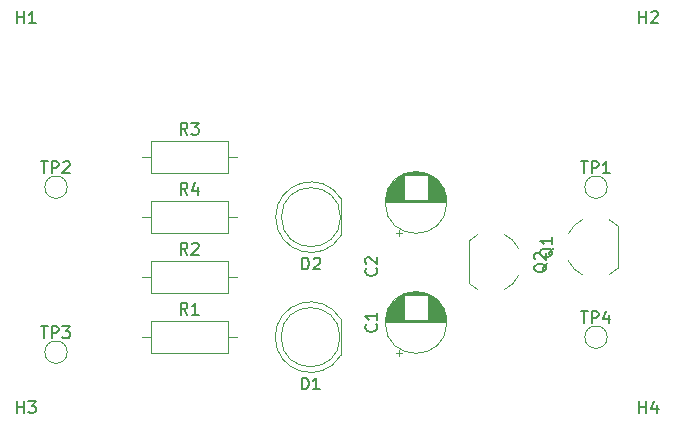
<source format=gbr>
%TF.GenerationSoftware,KiCad,Pcbnew,7.0.1-3b83917a11~172~ubuntu22.10.1*%
%TF.CreationDate,2023-04-05T19:22:54+09:00*%
%TF.ProjectId,m_vibrator_thick,6d5f7669-6272-4617-946f-725f74686963,rev?*%
%TF.SameCoordinates,Original*%
%TF.FileFunction,Legend,Top*%
%TF.FilePolarity,Positive*%
%FSLAX46Y46*%
G04 Gerber Fmt 4.6, Leading zero omitted, Abs format (unit mm)*
G04 Created by KiCad (PCBNEW 7.0.1-3b83917a11~172~ubuntu22.10.1) date 2023-04-05 19:22:54*
%MOMM*%
%LPD*%
G01*
G04 APERTURE LIST*
%ADD10C,0.150000*%
%ADD11C,0.120000*%
G04 APERTURE END LIST*
D10*
%TO.C,Q2*%
X49197857Y-21695238D02*
X49150238Y-21790476D01*
X49150238Y-21790476D02*
X49055000Y-21885714D01*
X49055000Y-21885714D02*
X48912142Y-22028571D01*
X48912142Y-22028571D02*
X48864523Y-22123809D01*
X48864523Y-22123809D02*
X48864523Y-22219047D01*
X49102619Y-22171428D02*
X49055000Y-22266666D01*
X49055000Y-22266666D02*
X48959761Y-22361904D01*
X48959761Y-22361904D02*
X48769285Y-22409523D01*
X48769285Y-22409523D02*
X48435952Y-22409523D01*
X48435952Y-22409523D02*
X48245476Y-22361904D01*
X48245476Y-22361904D02*
X48150238Y-22266666D01*
X48150238Y-22266666D02*
X48102619Y-22171428D01*
X48102619Y-22171428D02*
X48102619Y-21980952D01*
X48102619Y-21980952D02*
X48150238Y-21885714D01*
X48150238Y-21885714D02*
X48245476Y-21790476D01*
X48245476Y-21790476D02*
X48435952Y-21742857D01*
X48435952Y-21742857D02*
X48769285Y-21742857D01*
X48769285Y-21742857D02*
X48959761Y-21790476D01*
X48959761Y-21790476D02*
X49055000Y-21885714D01*
X49055000Y-21885714D02*
X49102619Y-21980952D01*
X49102619Y-21980952D02*
X49102619Y-22171428D01*
X48197857Y-21361904D02*
X48150238Y-21314285D01*
X48150238Y-21314285D02*
X48102619Y-21219047D01*
X48102619Y-21219047D02*
X48102619Y-20980952D01*
X48102619Y-20980952D02*
X48150238Y-20885714D01*
X48150238Y-20885714D02*
X48197857Y-20838095D01*
X48197857Y-20838095D02*
X48293095Y-20790476D01*
X48293095Y-20790476D02*
X48388333Y-20790476D01*
X48388333Y-20790476D02*
X48531190Y-20838095D01*
X48531190Y-20838095D02*
X49102619Y-21409523D01*
X49102619Y-21409523D02*
X49102619Y-20790476D01*
%TO.C,Q1*%
X49707857Y-20405238D02*
X49660238Y-20500476D01*
X49660238Y-20500476D02*
X49565000Y-20595714D01*
X49565000Y-20595714D02*
X49422142Y-20738571D01*
X49422142Y-20738571D02*
X49374523Y-20833809D01*
X49374523Y-20833809D02*
X49374523Y-20929047D01*
X49612619Y-20881428D02*
X49565000Y-20976666D01*
X49565000Y-20976666D02*
X49469761Y-21071904D01*
X49469761Y-21071904D02*
X49279285Y-21119523D01*
X49279285Y-21119523D02*
X48945952Y-21119523D01*
X48945952Y-21119523D02*
X48755476Y-21071904D01*
X48755476Y-21071904D02*
X48660238Y-20976666D01*
X48660238Y-20976666D02*
X48612619Y-20881428D01*
X48612619Y-20881428D02*
X48612619Y-20690952D01*
X48612619Y-20690952D02*
X48660238Y-20595714D01*
X48660238Y-20595714D02*
X48755476Y-20500476D01*
X48755476Y-20500476D02*
X48945952Y-20452857D01*
X48945952Y-20452857D02*
X49279285Y-20452857D01*
X49279285Y-20452857D02*
X49469761Y-20500476D01*
X49469761Y-20500476D02*
X49565000Y-20595714D01*
X49565000Y-20595714D02*
X49612619Y-20690952D01*
X49612619Y-20690952D02*
X49612619Y-20881428D01*
X49612619Y-19500476D02*
X49612619Y-20071904D01*
X49612619Y-19786190D02*
X48612619Y-19786190D01*
X48612619Y-19786190D02*
X48755476Y-19881428D01*
X48755476Y-19881428D02*
X48850714Y-19976666D01*
X48850714Y-19976666D02*
X48898333Y-20071904D01*
%TO.C,TP2*%
X6358095Y-13054619D02*
X6929523Y-13054619D01*
X6643809Y-14054619D02*
X6643809Y-13054619D01*
X7262857Y-14054619D02*
X7262857Y-13054619D01*
X7262857Y-13054619D02*
X7643809Y-13054619D01*
X7643809Y-13054619D02*
X7739047Y-13102238D01*
X7739047Y-13102238D02*
X7786666Y-13149857D01*
X7786666Y-13149857D02*
X7834285Y-13245095D01*
X7834285Y-13245095D02*
X7834285Y-13387952D01*
X7834285Y-13387952D02*
X7786666Y-13483190D01*
X7786666Y-13483190D02*
X7739047Y-13530809D01*
X7739047Y-13530809D02*
X7643809Y-13578428D01*
X7643809Y-13578428D02*
X7262857Y-13578428D01*
X8215238Y-13149857D02*
X8262857Y-13102238D01*
X8262857Y-13102238D02*
X8358095Y-13054619D01*
X8358095Y-13054619D02*
X8596190Y-13054619D01*
X8596190Y-13054619D02*
X8691428Y-13102238D01*
X8691428Y-13102238D02*
X8739047Y-13149857D01*
X8739047Y-13149857D02*
X8786666Y-13245095D01*
X8786666Y-13245095D02*
X8786666Y-13340333D01*
X8786666Y-13340333D02*
X8739047Y-13483190D01*
X8739047Y-13483190D02*
X8167619Y-14054619D01*
X8167619Y-14054619D02*
X8786666Y-14054619D01*
%TO.C,TP4*%
X52078095Y-25754619D02*
X52649523Y-25754619D01*
X52363809Y-26754619D02*
X52363809Y-25754619D01*
X52982857Y-26754619D02*
X52982857Y-25754619D01*
X52982857Y-25754619D02*
X53363809Y-25754619D01*
X53363809Y-25754619D02*
X53459047Y-25802238D01*
X53459047Y-25802238D02*
X53506666Y-25849857D01*
X53506666Y-25849857D02*
X53554285Y-25945095D01*
X53554285Y-25945095D02*
X53554285Y-26087952D01*
X53554285Y-26087952D02*
X53506666Y-26183190D01*
X53506666Y-26183190D02*
X53459047Y-26230809D01*
X53459047Y-26230809D02*
X53363809Y-26278428D01*
X53363809Y-26278428D02*
X52982857Y-26278428D01*
X54411428Y-26087952D02*
X54411428Y-26754619D01*
X54173333Y-25707000D02*
X53935238Y-26421285D01*
X53935238Y-26421285D02*
X54554285Y-26421285D01*
%TO.C,R2*%
X18753558Y-20952619D02*
X18420225Y-20476428D01*
X18182130Y-20952619D02*
X18182130Y-19952619D01*
X18182130Y-19952619D02*
X18563082Y-19952619D01*
X18563082Y-19952619D02*
X18658320Y-20000238D01*
X18658320Y-20000238D02*
X18705939Y-20047857D01*
X18705939Y-20047857D02*
X18753558Y-20143095D01*
X18753558Y-20143095D02*
X18753558Y-20285952D01*
X18753558Y-20285952D02*
X18705939Y-20381190D01*
X18705939Y-20381190D02*
X18658320Y-20428809D01*
X18658320Y-20428809D02*
X18563082Y-20476428D01*
X18563082Y-20476428D02*
X18182130Y-20476428D01*
X19134511Y-20047857D02*
X19182130Y-20000238D01*
X19182130Y-20000238D02*
X19277368Y-19952619D01*
X19277368Y-19952619D02*
X19515463Y-19952619D01*
X19515463Y-19952619D02*
X19610701Y-20000238D01*
X19610701Y-20000238D02*
X19658320Y-20047857D01*
X19658320Y-20047857D02*
X19705939Y-20143095D01*
X19705939Y-20143095D02*
X19705939Y-20238333D01*
X19705939Y-20238333D02*
X19658320Y-20381190D01*
X19658320Y-20381190D02*
X19086892Y-20952619D01*
X19086892Y-20952619D02*
X19705939Y-20952619D01*
%TO.C,R4*%
X18753558Y-15872619D02*
X18420225Y-15396428D01*
X18182130Y-15872619D02*
X18182130Y-14872619D01*
X18182130Y-14872619D02*
X18563082Y-14872619D01*
X18563082Y-14872619D02*
X18658320Y-14920238D01*
X18658320Y-14920238D02*
X18705939Y-14967857D01*
X18705939Y-14967857D02*
X18753558Y-15063095D01*
X18753558Y-15063095D02*
X18753558Y-15205952D01*
X18753558Y-15205952D02*
X18705939Y-15301190D01*
X18705939Y-15301190D02*
X18658320Y-15348809D01*
X18658320Y-15348809D02*
X18563082Y-15396428D01*
X18563082Y-15396428D02*
X18182130Y-15396428D01*
X19610701Y-15205952D02*
X19610701Y-15872619D01*
X19372606Y-14825000D02*
X19134511Y-15539285D01*
X19134511Y-15539285D02*
X19753558Y-15539285D01*
%TO.C,C1*%
X34717380Y-26856666D02*
X34765000Y-26904285D01*
X34765000Y-26904285D02*
X34812619Y-27047142D01*
X34812619Y-27047142D02*
X34812619Y-27142380D01*
X34812619Y-27142380D02*
X34765000Y-27285237D01*
X34765000Y-27285237D02*
X34669761Y-27380475D01*
X34669761Y-27380475D02*
X34574523Y-27428094D01*
X34574523Y-27428094D02*
X34384047Y-27475713D01*
X34384047Y-27475713D02*
X34241190Y-27475713D01*
X34241190Y-27475713D02*
X34050714Y-27428094D01*
X34050714Y-27428094D02*
X33955476Y-27380475D01*
X33955476Y-27380475D02*
X33860238Y-27285237D01*
X33860238Y-27285237D02*
X33812619Y-27142380D01*
X33812619Y-27142380D02*
X33812619Y-27047142D01*
X33812619Y-27047142D02*
X33860238Y-26904285D01*
X33860238Y-26904285D02*
X33907857Y-26856666D01*
X34812619Y-25904285D02*
X34812619Y-26475713D01*
X34812619Y-26189999D02*
X33812619Y-26189999D01*
X33812619Y-26189999D02*
X33955476Y-26285237D01*
X33955476Y-26285237D02*
X34050714Y-26380475D01*
X34050714Y-26380475D02*
X34098333Y-26475713D01*
%TO.C,D2*%
X28471905Y-22202619D02*
X28471905Y-21202619D01*
X28471905Y-21202619D02*
X28710000Y-21202619D01*
X28710000Y-21202619D02*
X28852857Y-21250238D01*
X28852857Y-21250238D02*
X28948095Y-21345476D01*
X28948095Y-21345476D02*
X28995714Y-21440714D01*
X28995714Y-21440714D02*
X29043333Y-21631190D01*
X29043333Y-21631190D02*
X29043333Y-21774047D01*
X29043333Y-21774047D02*
X28995714Y-21964523D01*
X28995714Y-21964523D02*
X28948095Y-22059761D01*
X28948095Y-22059761D02*
X28852857Y-22155000D01*
X28852857Y-22155000D02*
X28710000Y-22202619D01*
X28710000Y-22202619D02*
X28471905Y-22202619D01*
X29424286Y-21297857D02*
X29471905Y-21250238D01*
X29471905Y-21250238D02*
X29567143Y-21202619D01*
X29567143Y-21202619D02*
X29805238Y-21202619D01*
X29805238Y-21202619D02*
X29900476Y-21250238D01*
X29900476Y-21250238D02*
X29948095Y-21297857D01*
X29948095Y-21297857D02*
X29995714Y-21393095D01*
X29995714Y-21393095D02*
X29995714Y-21488333D01*
X29995714Y-21488333D02*
X29948095Y-21631190D01*
X29948095Y-21631190D02*
X29376667Y-22202619D01*
X29376667Y-22202619D02*
X29995714Y-22202619D01*
%TO.C,TP3*%
X6358095Y-27024619D02*
X6929523Y-27024619D01*
X6643809Y-28024619D02*
X6643809Y-27024619D01*
X7262857Y-28024619D02*
X7262857Y-27024619D01*
X7262857Y-27024619D02*
X7643809Y-27024619D01*
X7643809Y-27024619D02*
X7739047Y-27072238D01*
X7739047Y-27072238D02*
X7786666Y-27119857D01*
X7786666Y-27119857D02*
X7834285Y-27215095D01*
X7834285Y-27215095D02*
X7834285Y-27357952D01*
X7834285Y-27357952D02*
X7786666Y-27453190D01*
X7786666Y-27453190D02*
X7739047Y-27500809D01*
X7739047Y-27500809D02*
X7643809Y-27548428D01*
X7643809Y-27548428D02*
X7262857Y-27548428D01*
X8167619Y-27024619D02*
X8786666Y-27024619D01*
X8786666Y-27024619D02*
X8453333Y-27405571D01*
X8453333Y-27405571D02*
X8596190Y-27405571D01*
X8596190Y-27405571D02*
X8691428Y-27453190D01*
X8691428Y-27453190D02*
X8739047Y-27500809D01*
X8739047Y-27500809D02*
X8786666Y-27596047D01*
X8786666Y-27596047D02*
X8786666Y-27834142D01*
X8786666Y-27834142D02*
X8739047Y-27929380D01*
X8739047Y-27929380D02*
X8691428Y-27977000D01*
X8691428Y-27977000D02*
X8596190Y-28024619D01*
X8596190Y-28024619D02*
X8310476Y-28024619D01*
X8310476Y-28024619D02*
X8215238Y-27977000D01*
X8215238Y-27977000D02*
X8167619Y-27929380D01*
%TO.C,R3*%
X18753558Y-10792619D02*
X18420225Y-10316428D01*
X18182130Y-10792619D02*
X18182130Y-9792619D01*
X18182130Y-9792619D02*
X18563082Y-9792619D01*
X18563082Y-9792619D02*
X18658320Y-9840238D01*
X18658320Y-9840238D02*
X18705939Y-9887857D01*
X18705939Y-9887857D02*
X18753558Y-9983095D01*
X18753558Y-9983095D02*
X18753558Y-10125952D01*
X18753558Y-10125952D02*
X18705939Y-10221190D01*
X18705939Y-10221190D02*
X18658320Y-10268809D01*
X18658320Y-10268809D02*
X18563082Y-10316428D01*
X18563082Y-10316428D02*
X18182130Y-10316428D01*
X19086892Y-9792619D02*
X19705939Y-9792619D01*
X19705939Y-9792619D02*
X19372606Y-10173571D01*
X19372606Y-10173571D02*
X19515463Y-10173571D01*
X19515463Y-10173571D02*
X19610701Y-10221190D01*
X19610701Y-10221190D02*
X19658320Y-10268809D01*
X19658320Y-10268809D02*
X19705939Y-10364047D01*
X19705939Y-10364047D02*
X19705939Y-10602142D01*
X19705939Y-10602142D02*
X19658320Y-10697380D01*
X19658320Y-10697380D02*
X19610701Y-10745000D01*
X19610701Y-10745000D02*
X19515463Y-10792619D01*
X19515463Y-10792619D02*
X19229749Y-10792619D01*
X19229749Y-10792619D02*
X19134511Y-10745000D01*
X19134511Y-10745000D02*
X19086892Y-10697380D01*
%TO.C,C2*%
X34717380Y-22116605D02*
X34765000Y-22164224D01*
X34765000Y-22164224D02*
X34812619Y-22307081D01*
X34812619Y-22307081D02*
X34812619Y-22402319D01*
X34812619Y-22402319D02*
X34765000Y-22545176D01*
X34765000Y-22545176D02*
X34669761Y-22640414D01*
X34669761Y-22640414D02*
X34574523Y-22688033D01*
X34574523Y-22688033D02*
X34384047Y-22735652D01*
X34384047Y-22735652D02*
X34241190Y-22735652D01*
X34241190Y-22735652D02*
X34050714Y-22688033D01*
X34050714Y-22688033D02*
X33955476Y-22640414D01*
X33955476Y-22640414D02*
X33860238Y-22545176D01*
X33860238Y-22545176D02*
X33812619Y-22402319D01*
X33812619Y-22402319D02*
X33812619Y-22307081D01*
X33812619Y-22307081D02*
X33860238Y-22164224D01*
X33860238Y-22164224D02*
X33907857Y-22116605D01*
X33907857Y-21735652D02*
X33860238Y-21688033D01*
X33860238Y-21688033D02*
X33812619Y-21592795D01*
X33812619Y-21592795D02*
X33812619Y-21354700D01*
X33812619Y-21354700D02*
X33860238Y-21259462D01*
X33860238Y-21259462D02*
X33907857Y-21211843D01*
X33907857Y-21211843D02*
X34003095Y-21164224D01*
X34003095Y-21164224D02*
X34098333Y-21164224D01*
X34098333Y-21164224D02*
X34241190Y-21211843D01*
X34241190Y-21211843D02*
X34812619Y-21783271D01*
X34812619Y-21783271D02*
X34812619Y-21164224D01*
%TO.C,H1*%
X4318095Y-1342619D02*
X4318095Y-342619D01*
X4318095Y-818809D02*
X4889523Y-818809D01*
X4889523Y-1342619D02*
X4889523Y-342619D01*
X5889523Y-1342619D02*
X5318095Y-1342619D01*
X5603809Y-1342619D02*
X5603809Y-342619D01*
X5603809Y-342619D02*
X5508571Y-485476D01*
X5508571Y-485476D02*
X5413333Y-580714D01*
X5413333Y-580714D02*
X5318095Y-628333D01*
%TO.C,H4*%
X57023095Y-34362619D02*
X57023095Y-33362619D01*
X57023095Y-33838809D02*
X57594523Y-33838809D01*
X57594523Y-34362619D02*
X57594523Y-33362619D01*
X58499285Y-33695952D02*
X58499285Y-34362619D01*
X58261190Y-33315000D02*
X58023095Y-34029285D01*
X58023095Y-34029285D02*
X58642142Y-34029285D01*
%TO.C,TP1*%
X52078095Y-13054619D02*
X52649523Y-13054619D01*
X52363809Y-14054619D02*
X52363809Y-13054619D01*
X52982857Y-14054619D02*
X52982857Y-13054619D01*
X52982857Y-13054619D02*
X53363809Y-13054619D01*
X53363809Y-13054619D02*
X53459047Y-13102238D01*
X53459047Y-13102238D02*
X53506666Y-13149857D01*
X53506666Y-13149857D02*
X53554285Y-13245095D01*
X53554285Y-13245095D02*
X53554285Y-13387952D01*
X53554285Y-13387952D02*
X53506666Y-13483190D01*
X53506666Y-13483190D02*
X53459047Y-13530809D01*
X53459047Y-13530809D02*
X53363809Y-13578428D01*
X53363809Y-13578428D02*
X52982857Y-13578428D01*
X54506666Y-14054619D02*
X53935238Y-14054619D01*
X54220952Y-14054619D02*
X54220952Y-13054619D01*
X54220952Y-13054619D02*
X54125714Y-13197476D01*
X54125714Y-13197476D02*
X54030476Y-13292714D01*
X54030476Y-13292714D02*
X53935238Y-13340333D01*
%TO.C,H3*%
X4318095Y-34362619D02*
X4318095Y-33362619D01*
X4318095Y-33838809D02*
X4889523Y-33838809D01*
X4889523Y-34362619D02*
X4889523Y-33362619D01*
X5270476Y-33362619D02*
X5889523Y-33362619D01*
X5889523Y-33362619D02*
X5556190Y-33743571D01*
X5556190Y-33743571D02*
X5699047Y-33743571D01*
X5699047Y-33743571D02*
X5794285Y-33791190D01*
X5794285Y-33791190D02*
X5841904Y-33838809D01*
X5841904Y-33838809D02*
X5889523Y-33934047D01*
X5889523Y-33934047D02*
X5889523Y-34172142D01*
X5889523Y-34172142D02*
X5841904Y-34267380D01*
X5841904Y-34267380D02*
X5794285Y-34315000D01*
X5794285Y-34315000D02*
X5699047Y-34362619D01*
X5699047Y-34362619D02*
X5413333Y-34362619D01*
X5413333Y-34362619D02*
X5318095Y-34315000D01*
X5318095Y-34315000D02*
X5270476Y-34267380D01*
%TO.C,D1*%
X28431905Y-32362619D02*
X28431905Y-31362619D01*
X28431905Y-31362619D02*
X28670000Y-31362619D01*
X28670000Y-31362619D02*
X28812857Y-31410238D01*
X28812857Y-31410238D02*
X28908095Y-31505476D01*
X28908095Y-31505476D02*
X28955714Y-31600714D01*
X28955714Y-31600714D02*
X29003333Y-31791190D01*
X29003333Y-31791190D02*
X29003333Y-31934047D01*
X29003333Y-31934047D02*
X28955714Y-32124523D01*
X28955714Y-32124523D02*
X28908095Y-32219761D01*
X28908095Y-32219761D02*
X28812857Y-32315000D01*
X28812857Y-32315000D02*
X28670000Y-32362619D01*
X28670000Y-32362619D02*
X28431905Y-32362619D01*
X29955714Y-32362619D02*
X29384286Y-32362619D01*
X29670000Y-32362619D02*
X29670000Y-31362619D01*
X29670000Y-31362619D02*
X29574762Y-31505476D01*
X29574762Y-31505476D02*
X29479524Y-31600714D01*
X29479524Y-31600714D02*
X29384286Y-31648333D01*
%TO.C,H2*%
X57023095Y-1342619D02*
X57023095Y-342619D01*
X57023095Y-818809D02*
X57594523Y-818809D01*
X57594523Y-1342619D02*
X57594523Y-342619D01*
X58023095Y-437857D02*
X58070714Y-390238D01*
X58070714Y-390238D02*
X58165952Y-342619D01*
X58165952Y-342619D02*
X58404047Y-342619D01*
X58404047Y-342619D02*
X58499285Y-390238D01*
X58499285Y-390238D02*
X58546904Y-437857D01*
X58546904Y-437857D02*
X58594523Y-533095D01*
X58594523Y-533095D02*
X58594523Y-628333D01*
X58594523Y-628333D02*
X58546904Y-771190D01*
X58546904Y-771190D02*
X57975476Y-1342619D01*
X57975476Y-1342619D02*
X58594523Y-1342619D01*
%TO.C,R1*%
X18753558Y-26032619D02*
X18420225Y-25556428D01*
X18182130Y-26032619D02*
X18182130Y-25032619D01*
X18182130Y-25032619D02*
X18563082Y-25032619D01*
X18563082Y-25032619D02*
X18658320Y-25080238D01*
X18658320Y-25080238D02*
X18705939Y-25127857D01*
X18705939Y-25127857D02*
X18753558Y-25223095D01*
X18753558Y-25223095D02*
X18753558Y-25365952D01*
X18753558Y-25365952D02*
X18705939Y-25461190D01*
X18705939Y-25461190D02*
X18658320Y-25508809D01*
X18658320Y-25508809D02*
X18563082Y-25556428D01*
X18563082Y-25556428D02*
X18182130Y-25556428D01*
X19705939Y-26032619D02*
X19134511Y-26032619D01*
X19420225Y-26032619D02*
X19420225Y-25032619D01*
X19420225Y-25032619D02*
X19324987Y-25175476D01*
X19324987Y-25175476D02*
X19229749Y-25270714D01*
X19229749Y-25270714D02*
X19134511Y-25318333D01*
D11*
%TO.C,Q2*%
X42600001Y-23389999D02*
G75*
G03*
X43327205Y-23914183I1849999J1799999D01*
G01*
X46799999Y-20450000D02*
G75*
G03*
X45553842Y-19222802I-2349999J-1140000D01*
G01*
X45548371Y-23945457D02*
G75*
G03*
X46800000Y-22700000I-1098371J2355457D01*
G01*
X43327205Y-19265817D02*
G75*
G03*
X42600001Y-19790001I1122795J-2324183D01*
G01*
X42600000Y-19790000D02*
X42600000Y-23390000D01*
%TO.C,Q1*%
X55190000Y-22120000D02*
X55190000Y-18520000D01*
X54462795Y-22644183D02*
G75*
G03*
X55189999Y-22119999I-1122795J2324183D01*
G01*
X52241629Y-17964543D02*
G75*
G03*
X50990000Y-19210000I1098371J-2355457D01*
G01*
X50990001Y-21460000D02*
G75*
G03*
X52236158Y-22687198I2349999J1140000D01*
G01*
X55189999Y-18520001D02*
G75*
G03*
X54462795Y-17995817I-1849999J-1799999D01*
G01*
%TO.C,TP2*%
X8570000Y-15240000D02*
G75*
G03*
X8570000Y-15240000I-950000J0D01*
G01*
%TO.C,TP4*%
X54290000Y-27940000D02*
G75*
G03*
X54290000Y-27940000I-950000J0D01*
G01*
%TO.C,R2*%
X22190225Y-24230000D02*
X22190225Y-21490000D01*
X15650225Y-24230000D02*
X22190225Y-24230000D01*
X22190225Y-21490000D02*
X15650225Y-21490000D01*
X22960225Y-22860000D02*
X22190225Y-22860000D01*
X14880225Y-22860000D02*
X15650225Y-22860000D01*
X15650225Y-21490000D02*
X15650225Y-24230000D01*
%TO.C,R4*%
X22190225Y-16410000D02*
X15650225Y-16410000D01*
X22190225Y-19150000D02*
X22190225Y-16410000D01*
X14880225Y-17780000D02*
X15650225Y-17780000D01*
X22960225Y-17780000D02*
X22190225Y-17780000D01*
X15650225Y-16410000D02*
X15650225Y-19150000D01*
X15650225Y-19150000D02*
X22190225Y-19150000D01*
%TO.C,C1*%
X39140000Y-26010000D02*
X40591000Y-26010000D01*
X36600000Y-24569000D02*
X37060000Y-24569000D01*
X39140000Y-25809000D02*
X40528000Y-25809000D01*
X39140000Y-25129000D02*
X40165000Y-25129000D01*
X36717000Y-24489000D02*
X37060000Y-24489000D01*
X35527000Y-26490000D02*
X40673000Y-26490000D01*
X37295000Y-24209000D02*
X38905000Y-24209000D01*
X39140000Y-26330000D02*
X40656000Y-26330000D01*
X39140000Y-25449000D02*
X40368000Y-25449000D01*
X39140000Y-25529000D02*
X40410000Y-25529000D01*
X39140000Y-25689000D02*
X40482000Y-25689000D01*
X35539000Y-26370000D02*
X37060000Y-26370000D01*
X36163000Y-24969000D02*
X37060000Y-24969000D01*
X36447000Y-24689000D02*
X37060000Y-24689000D01*
X37582000Y-24129000D02*
X38618000Y-24129000D01*
X36005000Y-25169000D02*
X37060000Y-25169000D01*
X39140000Y-25729000D02*
X40498000Y-25729000D01*
X39140000Y-25929000D02*
X40568000Y-25929000D01*
X39140000Y-24729000D02*
X39799000Y-24729000D01*
X37423000Y-24169000D02*
X38777000Y-24169000D01*
X35771000Y-25569000D02*
X37060000Y-25569000D01*
X39140000Y-24929000D02*
X40001000Y-24929000D01*
X35672000Y-25809000D02*
X37060000Y-25809000D01*
X39140000Y-24969000D02*
X40037000Y-24969000D01*
X39140000Y-26410000D02*
X40665000Y-26410000D01*
X35609000Y-26010000D02*
X37060000Y-26010000D01*
X35564000Y-26210000D02*
X37060000Y-26210000D01*
X39140000Y-25609000D02*
X40448000Y-25609000D01*
X39140000Y-24569000D02*
X39600000Y-24569000D01*
X35544000Y-26330000D02*
X37060000Y-26330000D01*
X36096000Y-25049000D02*
X37060000Y-25049000D01*
X39140000Y-25049000D02*
X40104000Y-25049000D01*
X39140000Y-25209000D02*
X40222000Y-25209000D01*
X37816000Y-24089000D02*
X38384000Y-24089000D01*
X35599000Y-26050000D02*
X37060000Y-26050000D01*
X39140000Y-25649000D02*
X40465000Y-25649000D01*
X35790000Y-25529000D02*
X37060000Y-25529000D01*
X39140000Y-26450000D02*
X40669000Y-26450000D01*
X35752000Y-25609000D02*
X37060000Y-25609000D01*
X36129000Y-25009000D02*
X37060000Y-25009000D01*
X39140000Y-24689000D02*
X39753000Y-24689000D01*
X36625000Y-29494775D02*
X36625000Y-28994775D01*
X35620000Y-25969000D02*
X37060000Y-25969000D01*
X35589000Y-26090000D02*
X37060000Y-26090000D01*
X36781000Y-24449000D02*
X37060000Y-24449000D01*
X35520000Y-26650000D02*
X40680000Y-26650000D01*
X36199000Y-24929000D02*
X37060000Y-24929000D01*
X39140000Y-24849000D02*
X39926000Y-24849000D01*
X37002000Y-24329000D02*
X39198000Y-24329000D01*
X36315000Y-24809000D02*
X37060000Y-24809000D01*
X35951000Y-25249000D02*
X37060000Y-25249000D01*
X39140000Y-26090000D02*
X40611000Y-26090000D01*
X39140000Y-24609000D02*
X39654000Y-24609000D01*
X36849000Y-24409000D02*
X37060000Y-24409000D01*
X39140000Y-25889000D02*
X40555000Y-25889000D01*
X39140000Y-25489000D02*
X40390000Y-25489000D01*
X35900000Y-25329000D02*
X37060000Y-25329000D01*
X36065000Y-25089000D02*
X37060000Y-25089000D01*
X36375000Y-29244775D02*
X36875000Y-29244775D01*
X39140000Y-24649000D02*
X39705000Y-24649000D01*
X35876000Y-25369000D02*
X37060000Y-25369000D01*
X35535000Y-26410000D02*
X37060000Y-26410000D01*
X39140000Y-26050000D02*
X40601000Y-26050000D01*
X35853000Y-25409000D02*
X37060000Y-25409000D01*
X35521000Y-26610000D02*
X40679000Y-26610000D01*
X35632000Y-25929000D02*
X37060000Y-25929000D01*
X39140000Y-25969000D02*
X40580000Y-25969000D01*
X39140000Y-26210000D02*
X40636000Y-26210000D01*
X39140000Y-26170000D02*
X40628000Y-26170000D01*
X39140000Y-25369000D02*
X40324000Y-25369000D01*
X35658000Y-25849000D02*
X37060000Y-25849000D01*
X39140000Y-26250000D02*
X40643000Y-26250000D01*
X35978000Y-25209000D02*
X37060000Y-25209000D01*
X39140000Y-25249000D02*
X40249000Y-25249000D01*
X35702000Y-25729000D02*
X37060000Y-25729000D01*
X39140000Y-24809000D02*
X39885000Y-24809000D01*
X39140000Y-26370000D02*
X40661000Y-26370000D01*
X35580000Y-26130000D02*
X37060000Y-26130000D01*
X39140000Y-25169000D02*
X40195000Y-25169000D01*
X36274000Y-24849000D02*
X37060000Y-24849000D01*
X37185000Y-24249000D02*
X39015000Y-24249000D01*
X35735000Y-25649000D02*
X37060000Y-25649000D01*
X36401000Y-24729000D02*
X37060000Y-24729000D01*
X39140000Y-25289000D02*
X40275000Y-25289000D01*
X35572000Y-26170000D02*
X37060000Y-26170000D01*
X39140000Y-25769000D02*
X40514000Y-25769000D01*
X35832000Y-25449000D02*
X37060000Y-25449000D01*
X39140000Y-25009000D02*
X40071000Y-25009000D01*
X35810000Y-25489000D02*
X37060000Y-25489000D01*
X35645000Y-25889000D02*
X37060000Y-25889000D01*
X39140000Y-24489000D02*
X39483000Y-24489000D01*
X36035000Y-25129000D02*
X37060000Y-25129000D01*
X39140000Y-24769000D02*
X39843000Y-24769000D01*
X36546000Y-24609000D02*
X37060000Y-24609000D01*
X36357000Y-24769000D02*
X37060000Y-24769000D01*
X35520000Y-26690000D02*
X40680000Y-26690000D01*
X36657000Y-24529000D02*
X37060000Y-24529000D01*
X35718000Y-25689000D02*
X37060000Y-25689000D01*
X37089000Y-24289000D02*
X39111000Y-24289000D01*
X35550000Y-26290000D02*
X37060000Y-26290000D01*
X35531000Y-26450000D02*
X37060000Y-26450000D01*
X39140000Y-24889000D02*
X39964000Y-24889000D01*
X39140000Y-26290000D02*
X40650000Y-26290000D01*
X39140000Y-25569000D02*
X40429000Y-25569000D01*
X35522000Y-26570000D02*
X40678000Y-26570000D01*
X35557000Y-26250000D02*
X37060000Y-26250000D01*
X36495000Y-24649000D02*
X37060000Y-24649000D01*
X39140000Y-24449000D02*
X39419000Y-24449000D01*
X39140000Y-25409000D02*
X40347000Y-25409000D01*
X39140000Y-24529000D02*
X39543000Y-24529000D01*
X36922000Y-24369000D02*
X39278000Y-24369000D01*
X39140000Y-26130000D02*
X40620000Y-26130000D01*
X35686000Y-25769000D02*
X37060000Y-25769000D01*
X39140000Y-24409000D02*
X39351000Y-24409000D01*
X35524000Y-26530000D02*
X40676000Y-26530000D01*
X36236000Y-24889000D02*
X37060000Y-24889000D01*
X39140000Y-25089000D02*
X40135000Y-25089000D01*
X35925000Y-25289000D02*
X37060000Y-25289000D01*
X39140000Y-25329000D02*
X40300000Y-25329000D01*
X39140000Y-25849000D02*
X40542000Y-25849000D01*
X40720000Y-26690000D02*
G75*
G03*
X40720000Y-26690000I-2620000J0D01*
G01*
%TO.C,D2*%
X31770000Y-19325000D02*
X31770000Y-16235000D01*
X31770000Y-16235170D02*
G75*
G03*
X26220000Y-17780462I-2560000J-1544830D01*
G01*
X26220001Y-17779538D02*
G75*
G03*
X31769999Y-19324830I2989999J-462D01*
G01*
X31710000Y-17780000D02*
G75*
G03*
X31710000Y-17780000I-2500000J0D01*
G01*
%TO.C,TP3*%
X8570000Y-29210000D02*
G75*
G03*
X8570000Y-29210000I-950000J0D01*
G01*
%TO.C,R3*%
X22190225Y-11330000D02*
X15650225Y-11330000D01*
X14880225Y-12700000D02*
X15650225Y-12700000D01*
X15650225Y-14070000D02*
X22190225Y-14070000D01*
X22960225Y-12700000D02*
X22190225Y-12700000D01*
X15650225Y-11330000D02*
X15650225Y-14070000D01*
X22190225Y-14070000D02*
X22190225Y-11330000D01*
%TO.C,C2*%
X39140000Y-16250000D02*
X40665000Y-16250000D01*
X39140000Y-14889000D02*
X40104000Y-14889000D01*
X35520000Y-16490000D02*
X40680000Y-16490000D01*
X35524000Y-16370000D02*
X40676000Y-16370000D01*
X35527000Y-16330000D02*
X40673000Y-16330000D01*
X35645000Y-15729000D02*
X37060000Y-15729000D01*
X39140000Y-15169000D02*
X40300000Y-15169000D01*
X35580000Y-15970000D02*
X37060000Y-15970000D01*
X35832000Y-15289000D02*
X37060000Y-15289000D01*
X39140000Y-15289000D02*
X40368000Y-15289000D01*
X36236000Y-14729000D02*
X37060000Y-14729000D01*
X35658000Y-15689000D02*
X37060000Y-15689000D01*
X39140000Y-15529000D02*
X40482000Y-15529000D01*
X39140000Y-15970000D02*
X40620000Y-15970000D01*
X39140000Y-14249000D02*
X39351000Y-14249000D01*
X39140000Y-15409000D02*
X40429000Y-15409000D01*
X39140000Y-16010000D02*
X40628000Y-16010000D01*
X37002000Y-14169000D02*
X39198000Y-14169000D01*
X39140000Y-15769000D02*
X40568000Y-15769000D01*
X39140000Y-15649000D02*
X40528000Y-15649000D01*
X35520000Y-16530000D02*
X40680000Y-16530000D01*
X35522000Y-16410000D02*
X40678000Y-16410000D01*
X36315000Y-14649000D02*
X37060000Y-14649000D01*
X36129000Y-14849000D02*
X37060000Y-14849000D01*
X39140000Y-15890000D02*
X40601000Y-15890000D01*
X39140000Y-14489000D02*
X39705000Y-14489000D01*
X39140000Y-15329000D02*
X40390000Y-15329000D01*
X39140000Y-15249000D02*
X40347000Y-15249000D01*
X39140000Y-15009000D02*
X40195000Y-15009000D01*
X39140000Y-14729000D02*
X39964000Y-14729000D01*
X35853000Y-15249000D02*
X37060000Y-15249000D01*
X39140000Y-15449000D02*
X40448000Y-15449000D01*
X35531000Y-16290000D02*
X37060000Y-16290000D01*
X37423000Y-14009000D02*
X38777000Y-14009000D01*
X39140000Y-15129000D02*
X40275000Y-15129000D01*
X35718000Y-15529000D02*
X37060000Y-15529000D01*
X39140000Y-14609000D02*
X39843000Y-14609000D01*
X36035000Y-14969000D02*
X37060000Y-14969000D01*
X39140000Y-14369000D02*
X39543000Y-14369000D01*
X35632000Y-15769000D02*
X37060000Y-15769000D01*
X39140000Y-16050000D02*
X40636000Y-16050000D01*
X36625000Y-19334775D02*
X36625000Y-18834775D01*
X36495000Y-14489000D02*
X37060000Y-14489000D01*
X36717000Y-14329000D02*
X37060000Y-14329000D01*
X39140000Y-14289000D02*
X39419000Y-14289000D01*
X39140000Y-14569000D02*
X39799000Y-14569000D01*
X39140000Y-16290000D02*
X40669000Y-16290000D01*
X39140000Y-15609000D02*
X40514000Y-15609000D01*
X39140000Y-15850000D02*
X40591000Y-15850000D01*
X37295000Y-14049000D02*
X38905000Y-14049000D01*
X36005000Y-15009000D02*
X37060000Y-15009000D01*
X39140000Y-14529000D02*
X39753000Y-14529000D01*
X35810000Y-15329000D02*
X37060000Y-15329000D01*
X35535000Y-16250000D02*
X37060000Y-16250000D01*
X36375000Y-19084775D02*
X36875000Y-19084775D01*
X39140000Y-15369000D02*
X40410000Y-15369000D01*
X35702000Y-15569000D02*
X37060000Y-15569000D01*
X39140000Y-14409000D02*
X39600000Y-14409000D01*
X36657000Y-14369000D02*
X37060000Y-14369000D01*
X35572000Y-16010000D02*
X37060000Y-16010000D01*
X35544000Y-16170000D02*
X37060000Y-16170000D01*
X39140000Y-14809000D02*
X40037000Y-14809000D01*
X36546000Y-14449000D02*
X37060000Y-14449000D01*
X39140000Y-16090000D02*
X40643000Y-16090000D01*
X39140000Y-15049000D02*
X40222000Y-15049000D01*
X35900000Y-15169000D02*
X37060000Y-15169000D01*
X39140000Y-15729000D02*
X40555000Y-15729000D01*
X39140000Y-15569000D02*
X40498000Y-15569000D01*
X36065000Y-14929000D02*
X37060000Y-14929000D01*
X36199000Y-14769000D02*
X37060000Y-14769000D01*
X35752000Y-15449000D02*
X37060000Y-15449000D01*
X39140000Y-14929000D02*
X40135000Y-14929000D01*
X35550000Y-16130000D02*
X37060000Y-16130000D01*
X35790000Y-15369000D02*
X37060000Y-15369000D01*
X36922000Y-14209000D02*
X39278000Y-14209000D01*
X35925000Y-15129000D02*
X37060000Y-15129000D01*
X39140000Y-14329000D02*
X39483000Y-14329000D01*
X36447000Y-14529000D02*
X37060000Y-14529000D01*
X39140000Y-16130000D02*
X40650000Y-16130000D01*
X35539000Y-16210000D02*
X37060000Y-16210000D01*
X36849000Y-14249000D02*
X37060000Y-14249000D01*
X37582000Y-13969000D02*
X38618000Y-13969000D01*
X35599000Y-15890000D02*
X37060000Y-15890000D01*
X35521000Y-16450000D02*
X40679000Y-16450000D01*
X39140000Y-16170000D02*
X40656000Y-16170000D01*
X35589000Y-15930000D02*
X37060000Y-15930000D01*
X35557000Y-16090000D02*
X37060000Y-16090000D01*
X39140000Y-15809000D02*
X40580000Y-15809000D01*
X39140000Y-16210000D02*
X40661000Y-16210000D01*
X39140000Y-15089000D02*
X40249000Y-15089000D01*
X35609000Y-15850000D02*
X37060000Y-15850000D01*
X35951000Y-15089000D02*
X37060000Y-15089000D01*
X35978000Y-15049000D02*
X37060000Y-15049000D01*
X35672000Y-15649000D02*
X37060000Y-15649000D01*
X39140000Y-15209000D02*
X40324000Y-15209000D01*
X39140000Y-14969000D02*
X40165000Y-14969000D01*
X37816000Y-13929000D02*
X38384000Y-13929000D01*
X37089000Y-14129000D02*
X39111000Y-14129000D01*
X39140000Y-15489000D02*
X40465000Y-15489000D01*
X39140000Y-15930000D02*
X40611000Y-15930000D01*
X35735000Y-15489000D02*
X37060000Y-15489000D01*
X35620000Y-15809000D02*
X37060000Y-15809000D01*
X35771000Y-15409000D02*
X37060000Y-15409000D01*
X35686000Y-15609000D02*
X37060000Y-15609000D01*
X36274000Y-14689000D02*
X37060000Y-14689000D01*
X36357000Y-14609000D02*
X37060000Y-14609000D01*
X39140000Y-14449000D02*
X39654000Y-14449000D01*
X36096000Y-14889000D02*
X37060000Y-14889000D01*
X36781000Y-14289000D02*
X37060000Y-14289000D01*
X39140000Y-14689000D02*
X39926000Y-14689000D01*
X39140000Y-14769000D02*
X40001000Y-14769000D01*
X37185000Y-14089000D02*
X39015000Y-14089000D01*
X39140000Y-14849000D02*
X40071000Y-14849000D01*
X36600000Y-14409000D02*
X37060000Y-14409000D01*
X39140000Y-15689000D02*
X40542000Y-15689000D01*
X35876000Y-15209000D02*
X37060000Y-15209000D01*
X35564000Y-16050000D02*
X37060000Y-16050000D01*
X39140000Y-14649000D02*
X39885000Y-14649000D01*
X36163000Y-14809000D02*
X37060000Y-14809000D01*
X36401000Y-14569000D02*
X37060000Y-14569000D01*
X40720000Y-16530000D02*
G75*
G03*
X40720000Y-16530000I-2620000J0D01*
G01*
%TO.C,TP1*%
X54290000Y-15240000D02*
G75*
G03*
X54290000Y-15240000I-950000J0D01*
G01*
%TO.C,D1*%
X31730000Y-29485000D02*
X31730000Y-26395000D01*
X31730000Y-26395170D02*
G75*
G03*
X26180000Y-27940462I-2560000J-1544830D01*
G01*
X26180001Y-27939538D02*
G75*
G03*
X31729999Y-29484830I2989999J-462D01*
G01*
X31670000Y-27940000D02*
G75*
G03*
X31670000Y-27940000I-2500000J0D01*
G01*
%TO.C,R1*%
X22190225Y-26570000D02*
X15650225Y-26570000D01*
X14880225Y-27940000D02*
X15650225Y-27940000D01*
X15650225Y-29310000D02*
X22190225Y-29310000D01*
X22960225Y-27940000D02*
X22190225Y-27940000D01*
X22190225Y-29310000D02*
X22190225Y-26570000D01*
X15650225Y-26570000D02*
X15650225Y-29310000D01*
%TD*%
M02*

</source>
